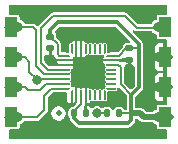
<source format=gbr>
%TF.GenerationSoftware,KiCad,Pcbnew,9.0.5+1*%
%TF.CreationDate,2025-11-07T10:47:29+01:00*%
%TF.ProjectId,ts17-tropic01-mini,74733137-2d74-4726-9f70-696330312d6d,rev?*%
%TF.SameCoordinates,Original*%
%TF.FileFunction,Copper,L1,Top*%
%TF.FilePolarity,Positive*%
%FSLAX46Y46*%
G04 Gerber Fmt 4.6, Leading zero omitted, Abs format (unit mm)*
G04 Created by KiCad (PCBNEW 9.0.5+1) date 2025-11-07 10:47:29*
%MOMM*%
%LPD*%
G01*
G04 APERTURE LIST*
G04 Aperture macros list*
%AMRoundRect*
0 Rectangle with rounded corners*
0 $1 Rounding radius*
0 $2 $3 $4 $5 $6 $7 $8 $9 X,Y pos of 4 corners*
0 Add a 4 corners polygon primitive as box body*
4,1,4,$2,$3,$4,$5,$6,$7,$8,$9,$2,$3,0*
0 Add four circle primitives for the rounded corners*
1,1,$1+$1,$2,$3*
1,1,$1+$1,$4,$5*
1,1,$1+$1,$6,$7*
1,1,$1+$1,$8,$9*
0 Add four rect primitives between the rounded corners*
20,1,$1+$1,$2,$3,$4,$5,0*
20,1,$1+$1,$4,$5,$6,$7,0*
20,1,$1+$1,$6,$7,$8,$9,0*
20,1,$1+$1,$8,$9,$2,$3,0*%
%AMFreePoly0*
4,1,14,0.314644,0.085355,0.385355,0.014644,0.400000,-0.020711,0.400000,-0.050000,0.385355,-0.085355,0.350000,-0.100000,-0.350000,-0.100000,-0.385355,-0.085355,-0.400000,-0.050000,-0.400000,0.050000,-0.385355,0.085355,-0.350000,0.100000,0.279289,0.100000,0.314644,0.085355,0.314644,0.085355,$1*%
%AMFreePoly1*
4,1,14,0.385355,0.085355,0.400000,0.050000,0.400000,0.020711,0.385355,-0.014644,0.314644,-0.085355,0.279289,-0.100000,-0.350000,-0.100000,-0.385355,-0.085355,-0.400000,-0.050000,-0.400000,0.050000,-0.385355,0.085355,-0.350000,0.100000,0.350000,0.100000,0.385355,0.085355,0.385355,0.085355,$1*%
%AMFreePoly2*
4,1,14,0.085355,0.385355,0.100000,0.350000,0.100000,-0.350000,0.085355,-0.385355,0.050000,-0.400000,-0.050000,-0.400000,-0.085355,-0.385355,-0.100000,-0.350000,-0.100000,0.279289,-0.085355,0.314644,-0.014644,0.385355,0.020711,0.400000,0.050000,0.400000,0.085355,0.385355,0.085355,0.385355,$1*%
%AMFreePoly3*
4,1,14,0.014644,0.385355,0.085355,0.314644,0.100000,0.279289,0.100000,-0.350000,0.085355,-0.385355,0.050000,-0.400000,-0.050000,-0.400000,-0.085355,-0.385355,-0.100000,-0.350000,-0.100000,0.350000,-0.085355,0.385355,-0.050000,0.400000,-0.020711,0.400000,0.014644,0.385355,0.014644,0.385355,$1*%
%AMFreePoly4*
4,1,14,0.385355,0.085355,0.400000,0.050000,0.400000,-0.050000,0.385355,-0.085355,0.350000,-0.100000,-0.279289,-0.100000,-0.314644,-0.085355,-0.385355,-0.014644,-0.400000,0.020711,-0.400000,0.050000,-0.385355,0.085355,-0.350000,0.100000,0.350000,0.100000,0.385355,0.085355,0.385355,0.085355,$1*%
%AMFreePoly5*
4,1,14,0.385355,0.085355,0.400000,0.050000,0.400000,-0.050000,0.385355,-0.085355,0.350000,-0.100000,-0.350000,-0.100000,-0.385355,-0.085355,-0.400000,-0.050000,-0.400000,-0.020711,-0.385355,0.014644,-0.314644,0.085355,-0.279289,0.100000,0.350000,0.100000,0.385355,0.085355,0.385355,0.085355,$1*%
%AMFreePoly6*
4,1,14,0.085355,0.385355,0.100000,0.350000,0.100000,-0.279289,0.085355,-0.314644,0.014644,-0.385355,-0.020711,-0.400000,-0.050000,-0.400000,-0.085355,-0.385355,-0.100000,-0.350000,-0.100000,0.350000,-0.085355,0.385355,-0.050000,0.400000,0.050000,0.400000,0.085355,0.385355,0.085355,0.385355,$1*%
%AMFreePoly7*
4,1,14,0.085355,0.385355,0.100000,0.350000,0.100000,-0.350000,0.085355,-0.385355,0.050000,-0.400000,0.020711,-0.400000,-0.014644,-0.385355,-0.085355,-0.314644,-0.100000,-0.279289,-0.100000,0.350000,-0.085355,0.385355,-0.050000,0.400000,0.050000,0.400000,0.085355,0.385355,0.085355,0.385355,$1*%
G04 Aperture macros list end*
%TA.AperFunction,CastellatedPad*%
%ADD10R,1.000000X1.700000*%
%TD*%
%TA.AperFunction,SMDPad,CuDef*%
%ADD11RoundRect,0.135000X-0.135000X-0.185000X0.135000X-0.185000X0.135000X0.185000X-0.135000X0.185000X0*%
%TD*%
%TA.AperFunction,SMDPad,CuDef*%
%ADD12FreePoly0,0.000000*%
%TD*%
%TA.AperFunction,SMDPad,CuDef*%
%ADD13RoundRect,0.050000X-0.350000X-0.050000X0.350000X-0.050000X0.350000X0.050000X-0.350000X0.050000X0*%
%TD*%
%TA.AperFunction,SMDPad,CuDef*%
%ADD14FreePoly1,0.000000*%
%TD*%
%TA.AperFunction,SMDPad,CuDef*%
%ADD15FreePoly2,0.000000*%
%TD*%
%TA.AperFunction,SMDPad,CuDef*%
%ADD16RoundRect,0.050000X-0.050000X-0.350000X0.050000X-0.350000X0.050000X0.350000X-0.050000X0.350000X0*%
%TD*%
%TA.AperFunction,SMDPad,CuDef*%
%ADD17FreePoly3,0.000000*%
%TD*%
%TA.AperFunction,SMDPad,CuDef*%
%ADD18FreePoly4,0.000000*%
%TD*%
%TA.AperFunction,SMDPad,CuDef*%
%ADD19FreePoly5,0.000000*%
%TD*%
%TA.AperFunction,SMDPad,CuDef*%
%ADD20FreePoly6,0.000000*%
%TD*%
%TA.AperFunction,SMDPad,CuDef*%
%ADD21FreePoly7,0.000000*%
%TD*%
%TA.AperFunction,HeatsinkPad*%
%ADD22R,2.650000X2.650000*%
%TD*%
%TA.AperFunction,SMDPad,CuDef*%
%ADD23C,0.500000*%
%TD*%
%TA.AperFunction,SMDPad,CuDef*%
%ADD24RoundRect,0.140000X0.140000X0.170000X-0.140000X0.170000X-0.140000X-0.170000X0.140000X-0.170000X0*%
%TD*%
%TA.AperFunction,SMDPad,CuDef*%
%ADD25RoundRect,0.140000X0.170000X-0.140000X0.170000X0.140000X-0.170000X0.140000X-0.170000X-0.140000X0*%
%TD*%
%TA.AperFunction,ViaPad*%
%ADD26C,0.800000*%
%TD*%
%TA.AperFunction,Conductor*%
%ADD27C,0.200000*%
%TD*%
%TA.AperFunction,Conductor*%
%ADD28C,0.300000*%
%TD*%
%TA.AperFunction,Conductor*%
%ADD29C,0.500000*%
%TD*%
G04 APERTURE END LIST*
D10*
%TO.P,J2,1,Pin_1*%
%TO.N,/SPI_MOSI*%
X130500000Y-92190000D03*
%TO.P,J2,2,Pin_2*%
%TO.N,/SPI_MISO*%
X130500000Y-94730000D03*
%TO.P,J2,3,Pin_3*%
%TO.N,/SPI_SCK*%
X130500000Y-97270000D03*
%TO.P,J2,4,Pin_4*%
%TO.N,/SPI_CS*%
X130500000Y-99810000D03*
%TD*%
D11*
%TO.P,R1,1*%
%TO.N,/SPI_MISO*%
X138590000Y-99500000D03*
%TO.P,R1,2*%
%TO.N,VCC*%
X139610000Y-99500000D03*
%TD*%
D12*
%TO.P,IC1,1,VCC*%
%TO.N,VCC*%
X135050000Y-94600000D03*
D13*
%TO.P,IC1,2,GND*%
%TO.N,GND*%
X135050000Y-95000000D03*
%TO.P,IC1,3,PULLDN*%
X135050000Y-95400000D03*
%TO.P,IC1,4,GPO*%
%TO.N,/GPO*%
X135050000Y-95800000D03*
%TO.P,IC1,5,SDI*%
%TO.N,/SPI_MOSI*%
X135050000Y-96200000D03*
%TO.P,IC1,6,SDO*%
%TO.N,/SPI_MISO*%
X135050000Y-96600000D03*
%TO.P,IC1,7,SCK*%
%TO.N,/SPI_SCK*%
X135050000Y-97000000D03*
D14*
%TO.P,IC1,8,CSN*%
%TO.N,/SPI_CS*%
X135050000Y-97400000D03*
D15*
%TO.P,IC1,9,PULLDN*%
%TO.N,GND*%
X135600000Y-97950000D03*
D16*
%TO.P,IC1,10,PULLDN*%
X136000000Y-97950000D03*
%TO.P,IC1,11,VCC*%
%TO.N,VCC*%
X136400000Y-97950000D03*
%TO.P,IC1,12,GND*%
%TO.N,GND*%
X136800000Y-97950000D03*
%TO.P,IC1,13,DNC*%
%TO.N,unconnected-(IC1-DNC-Pad13)*%
X137200000Y-97950000D03*
%TO.P,IC1,14,DNC*%
%TO.N,unconnected-(IC1-DNC-Pad14)*%
X137600000Y-97950000D03*
%TO.P,IC1,15*%
%TO.N,N/C*%
X138000000Y-97950000D03*
D17*
%TO.P,IC1,16*%
X138400000Y-97950000D03*
D18*
%TO.P,IC1,17,DNC*%
%TO.N,unconnected-(IC1-DNC-Pad17)*%
X138950000Y-97400000D03*
D13*
%TO.P,IC1,18,DNC*%
%TO.N,unconnected-(IC1-DNC-Pad18)*%
X138950000Y-97000000D03*
%TO.P,IC1,19,DNC*%
%TO.N,unconnected-(IC1-DNC-Pad19)*%
X138950000Y-96600000D03*
%TO.P,IC1,20,DNC*%
%TO.N,unconnected-(IC1-DNC-Pad20)*%
X138950000Y-96200000D03*
%TO.P,IC1,21,DNC*%
%TO.N,unconnected-(IC1-DNC-Pad21)*%
X138950000Y-95800000D03*
%TO.P,IC1,22,PULLUP*%
%TO.N,VCC*%
X138950000Y-95400000D03*
%TO.P,IC1,23,GND*%
%TO.N,GND*%
X138950000Y-95000000D03*
D19*
%TO.P,IC1,24,VCC*%
%TO.N,VCC*%
X138950000Y-94600000D03*
D20*
%TO.P,IC1,25*%
%TO.N,N/C*%
X138400000Y-94050000D03*
D16*
%TO.P,IC1,26,DNC*%
%TO.N,unconnected-(IC1-DNC-Pad26)*%
X138000000Y-94050000D03*
%TO.P,IC1,27,DNC*%
%TO.N,unconnected-(IC1-DNC-Pad27)*%
X137600000Y-94050000D03*
%TO.P,IC1,28,DNC*%
%TO.N,unconnected-(IC1-DNC-Pad28)*%
X137200000Y-94050000D03*
%TO.P,IC1,29,DNC*%
%TO.N,unconnected-(IC1-DNC-Pad29)*%
X136800000Y-94050000D03*
%TO.P,IC1,30,PULLDN*%
%TO.N,GND*%
X136400000Y-94050000D03*
%TO.P,IC1,31,PULLDN*%
X136000000Y-94050000D03*
D21*
%TO.P,IC1,32*%
%TO.N,N/C*%
X135600000Y-94050000D03*
D22*
%TO.P,IC1,33,TP*%
%TO.N,GND*%
X137000000Y-96000000D03*
%TD*%
D23*
%TO.P,FID1,*%
%TO.N,*%
X134500000Y-99500000D03*
%TD*%
D10*
%TO.P,J1,1,Pin_1*%
%TO.N,VCC*%
X143500000Y-99810000D03*
%TO.P,J1,2,Pin_2*%
%TO.N,GND*%
X143500000Y-97270000D03*
%TO.P,J1,3,Pin_3*%
X143500000Y-94730000D03*
%TO.P,J1,4,Pin_4*%
%TO.N,/GPO*%
X143500000Y-92190000D03*
%TD*%
D24*
%TO.P,C2,1*%
%TO.N,GND*%
X136780000Y-99500000D03*
%TO.P,C2,2*%
%TO.N,VCC*%
X135820000Y-99500000D03*
%TD*%
D25*
%TO.P,C3,1*%
%TO.N,GND*%
X140500000Y-94960000D03*
%TO.P,C3,2*%
%TO.N,VCC*%
X140500000Y-94000000D03*
%TD*%
%TO.P,C1,1*%
%TO.N,GND*%
X133800000Y-93980000D03*
%TO.P,C1,2*%
%TO.N,VCC*%
X133800000Y-93020000D03*
%TD*%
D26*
%TO.N,VCC*%
X142900000Y-99810000D03*
%TO.N,GND*%
X134310000Y-98340000D03*
X141018000Y-101084000D03*
X141018000Y-90924000D03*
X142900000Y-94730000D03*
X142900000Y-97270000D03*
X139800000Y-98500000D03*
X140500000Y-96650000D03*
X140500000Y-95650000D03*
X134830000Y-92680000D03*
X133144000Y-101084000D03*
X139170000Y-92670000D03*
X133144000Y-90924000D03*
X133900000Y-95100000D03*
%TO.N,/GPO*%
X142900000Y-92190000D03*
%TO.N,/SPI_SCK*%
X131100000Y-97270000D03*
%TO.N,/SPI_CS*%
X131100000Y-99810000D03*
%TO.N,/SPI_MOSI*%
X131100000Y-92190000D03*
%TO.N,/SPI_MISO*%
X132700130Y-96668485D03*
X137750000Y-99500000D03*
X131100000Y-94730000D03*
%TD*%
D27*
%TO.N,VCC*%
X139650000Y-94600000D02*
X140250000Y-94000000D01*
D28*
X140650000Y-98820000D02*
X140650000Y-97930000D01*
X134430000Y-91800000D02*
X133800000Y-92430000D01*
D27*
X140500000Y-94000000D02*
X141310000Y-94000000D01*
D28*
X140650000Y-99450000D02*
X140650000Y-100050000D01*
D27*
X134510000Y-94600000D02*
X134411000Y-94501000D01*
X138950000Y-95400000D02*
X139550000Y-95400000D01*
D28*
X141310000Y-93660000D02*
X139450000Y-91800000D01*
X141310000Y-97270000D02*
X141310000Y-94000000D01*
D27*
X140250000Y-94000000D02*
X140500000Y-94000000D01*
D29*
X141710000Y-99810000D02*
X141400000Y-99500000D01*
D28*
X139450000Y-91800000D02*
X134430000Y-91800000D01*
X133800000Y-92430000D02*
X133800000Y-93020000D01*
D29*
X141400000Y-99500000D02*
X140700000Y-99500000D01*
D27*
X136400000Y-97950000D02*
X136400000Y-98715686D01*
D28*
X140550000Y-93950000D02*
X140500000Y-94000000D01*
D27*
X136400000Y-98715686D02*
X135820000Y-99295686D01*
D28*
X140650000Y-97930000D02*
X141310000Y-97270000D01*
D27*
X140600000Y-99500000D02*
X140650000Y-99450000D01*
X139550000Y-95400000D02*
X139750000Y-95600000D01*
X135050000Y-94600000D02*
X134510000Y-94600000D01*
D29*
X144000000Y-99810000D02*
X142910000Y-99810000D01*
D27*
X135820000Y-99295686D02*
X135820000Y-99500000D01*
X139610000Y-99500000D02*
X140600000Y-99500000D01*
X134411000Y-94501000D02*
X134411000Y-93631000D01*
D29*
X142910000Y-99810000D02*
X141710000Y-99810000D01*
D27*
X138950000Y-94600000D02*
X139650000Y-94600000D01*
D28*
X136250000Y-100350000D02*
X135820000Y-99920000D01*
X135820000Y-99920000D02*
X135820000Y-99500000D01*
X141310000Y-94000000D02*
X141310000Y-93660000D01*
X140350000Y-100350000D02*
X136250000Y-100350000D01*
X140650000Y-100050000D02*
X140350000Y-100350000D01*
D27*
X139750000Y-97030000D02*
X140650000Y-97930000D01*
X134411000Y-93631000D02*
X133800000Y-93020000D01*
D28*
X140650000Y-98820000D02*
X140650000Y-99450000D01*
D27*
X139750000Y-95600000D02*
X139750000Y-97030000D01*
D29*
X140700000Y-99500000D02*
X140650000Y-99450000D01*
D27*
%TO.N,GND*%
X135050000Y-95000000D02*
X134000000Y-95000000D01*
X133900000Y-94080000D02*
X133800000Y-93980000D01*
D28*
X142920000Y-94730000D02*
X142400000Y-94730000D01*
D27*
X138950000Y-95000000D02*
X138000000Y-95000000D01*
X136400000Y-94050000D02*
X136400000Y-95400000D01*
X136000000Y-97950000D02*
X136000000Y-97000000D01*
X136000000Y-97950000D02*
X136000000Y-98550000D01*
D28*
X142200000Y-94930000D02*
X142400000Y-94730000D01*
D27*
X134000000Y-95000000D02*
X133900000Y-95100000D01*
X135050000Y-95400000D02*
X136400000Y-95400000D01*
X135600000Y-97950000D02*
X135600000Y-98750000D01*
X136800000Y-96200000D02*
X137000000Y-96000000D01*
D28*
X142910000Y-97270000D02*
X142370000Y-97270000D01*
D27*
X134420165Y-95400000D02*
X135050000Y-95400000D01*
X136800000Y-97950000D02*
X136800000Y-96200000D01*
X136000000Y-97000000D02*
X137000000Y-96000000D01*
X134120165Y-95100000D02*
X134420165Y-95400000D01*
X136780000Y-99000000D02*
X136780000Y-99500000D01*
X133900000Y-95100000D02*
X134120165Y-95100000D01*
X140500000Y-94960000D02*
X140500000Y-95650000D01*
X136000000Y-98550000D02*
X135800000Y-98750000D01*
X136852000Y-98928000D02*
X136780000Y-99000000D01*
X136400000Y-95400000D02*
X137000000Y-96000000D01*
X140460000Y-95000000D02*
X140500000Y-94960000D01*
X135590000Y-98760000D02*
X134730000Y-98760000D01*
X136000000Y-95000000D02*
X137000000Y-96000000D01*
X135800000Y-98750000D02*
X135600000Y-98750000D01*
X138000000Y-95000000D02*
X137000000Y-96000000D01*
X135050000Y-95000000D02*
X136000000Y-95000000D01*
X135600000Y-98750000D02*
X135590000Y-98760000D01*
D28*
X142200000Y-97100000D02*
X142200000Y-94930000D01*
X142370000Y-97270000D02*
X142200000Y-97100000D01*
D27*
X134730000Y-98760000D02*
X134310000Y-98340000D01*
X136000000Y-94050000D02*
X136000000Y-95000000D01*
X138950000Y-95000000D02*
X140460000Y-95000000D01*
D28*
X144000000Y-94730000D02*
X142920000Y-94730000D01*
D27*
X136852000Y-97950000D02*
X136852000Y-98928000D01*
D28*
X144000000Y-97270000D02*
X142910000Y-97270000D01*
D27*
X133900000Y-95100000D02*
X133900000Y-94080000D01*
%TO.N,/GPO*%
X133570000Y-95800000D02*
X133000000Y-95230000D01*
X141100000Y-92250000D02*
X142920000Y-92250000D01*
X133000000Y-92300000D02*
X134050000Y-91250000D01*
X135050000Y-95800000D02*
X133570000Y-95800000D01*
X133000000Y-95230000D02*
X133000000Y-92300000D01*
X143940000Y-92250000D02*
X144000000Y-92190000D01*
X142920000Y-92250000D02*
X143940000Y-92250000D01*
X140100000Y-91250000D02*
X141100000Y-92250000D01*
X134050000Y-91250000D02*
X140100000Y-91250000D01*
%TO.N,/SPI_SCK*%
X132901276Y-97528000D02*
X131932492Y-97528000D01*
X131932492Y-97528000D02*
X131674492Y-97270000D01*
X133429276Y-97000000D02*
X132901276Y-97528000D01*
X131674492Y-97270000D02*
X131050000Y-97270000D01*
X131050000Y-97270000D02*
X130000000Y-97270000D01*
X135050000Y-97000000D02*
X133429276Y-97000000D01*
%TO.N,/SPI_CS*%
X133300000Y-99200000D02*
X132690000Y-99810000D01*
X130950000Y-99900000D02*
X130090000Y-99900000D01*
X131040000Y-99810000D02*
X130950000Y-99900000D01*
X133300000Y-98000000D02*
X133300000Y-99200000D01*
X133900000Y-97400000D02*
X133300000Y-98000000D01*
X135050000Y-97400000D02*
X133900000Y-97400000D01*
X132690000Y-99810000D02*
X131040000Y-99810000D01*
X130090000Y-99900000D02*
X130000000Y-99810000D01*
%TO.N,/SPI_MOSI*%
X132600000Y-95500000D02*
X133300000Y-96200000D01*
X131540000Y-92190000D02*
X131550000Y-92200000D01*
X132600000Y-92480000D02*
X132600000Y-95500000D01*
X132320000Y-92200000D02*
X132600000Y-92480000D01*
X133300000Y-96200000D02*
X135050000Y-96200000D01*
X131550000Y-92200000D02*
X132320000Y-92200000D01*
X130000000Y-92190000D02*
X131540000Y-92190000D01*
%TO.N,/SPI_MISO*%
X132880000Y-96600000D02*
X132631645Y-96600000D01*
X132000000Y-95968355D02*
X132000000Y-95114000D01*
X138590000Y-99500000D02*
X137750000Y-99500000D01*
X132631645Y-96600000D02*
X132000000Y-95968355D01*
X131000000Y-94730000D02*
X130000000Y-94730000D01*
X132000000Y-95114000D02*
X131616000Y-94730000D01*
X135050000Y-96600000D02*
X132880000Y-96600000D01*
X131616000Y-94730000D02*
X131000000Y-94730000D01*
X132880000Y-96600000D02*
X132840000Y-96560000D01*
%TD*%
%TA.AperFunction,Conductor*%
%TO.N,GND*%
G36*
X135149191Y-97719407D02*
G01*
X135185155Y-97768907D01*
X135190000Y-97799500D01*
X135190000Y-98300045D01*
X135190080Y-98307036D01*
X135190081Y-98307044D01*
X135213213Y-98416707D01*
X135213217Y-98416721D01*
X135229327Y-98455614D01*
X135235017Y-98468502D01*
X135300481Y-98559482D01*
X135300482Y-98559484D01*
X135394389Y-98620673D01*
X135433348Y-98636810D01*
X135439817Y-98639402D01*
X135439830Y-98639406D01*
X135550000Y-98660000D01*
X135650046Y-98660000D01*
X135657036Y-98659919D01*
X135657044Y-98659918D01*
X135766707Y-98636786D01*
X135771089Y-98635430D01*
X135771446Y-98636583D01*
X135774538Y-98636339D01*
X135781701Y-98632023D01*
X135801185Y-98634238D01*
X135827197Y-98632188D01*
X135842660Y-98637274D01*
X135855415Y-98642668D01*
X135874959Y-98659611D01*
X135896095Y-98674504D01*
X135897756Y-98679374D01*
X135901646Y-98682747D01*
X135907497Y-98707937D01*
X135915845Y-98732414D01*
X135914325Y-98737332D01*
X135915490Y-98742346D01*
X135905417Y-98766164D01*
X135897783Y-98790873D01*
X135892124Y-98797597D01*
X135891658Y-98798700D01*
X135890721Y-98799264D01*
X135886859Y-98803854D01*
X135730209Y-98960504D01*
X135675692Y-98988281D01*
X135660209Y-98989500D01*
X135640106Y-98989500D01*
X135640091Y-98989501D01*
X135590513Y-98996027D01*
X135590511Y-98996027D01*
X135481686Y-99046774D01*
X135396774Y-99131686D01*
X135346029Y-99240510D01*
X135346028Y-99240511D01*
X135339500Y-99290100D01*
X135339500Y-99709896D01*
X135339501Y-99709907D01*
X135346027Y-99759486D01*
X135346027Y-99759488D01*
X135396774Y-99868313D01*
X135396776Y-99868316D01*
X135441931Y-99913472D01*
X135467666Y-99958275D01*
X135469500Y-99965242D01*
X135469500Y-99966144D01*
X135482856Y-100015988D01*
X135493386Y-100055288D01*
X135539530Y-100135212D01*
X136034788Y-100630470D01*
X136114712Y-100676614D01*
X136203856Y-100700500D01*
X136203858Y-100700500D01*
X140396142Y-100700500D01*
X140396144Y-100700500D01*
X140485288Y-100676614D01*
X140565212Y-100630470D01*
X140930470Y-100265212D01*
X140976614Y-100185288D01*
X140980579Y-100170489D01*
X141000500Y-100096144D01*
X141000500Y-100041687D01*
X141001727Y-100033965D01*
X141012249Y-100013338D01*
X141019407Y-99991309D01*
X141025890Y-99986598D01*
X141029531Y-99979462D01*
X141050168Y-99968959D01*
X141068907Y-99955345D01*
X141080540Y-99953502D01*
X141084061Y-99951711D01*
X141087950Y-99952329D01*
X141099500Y-99950500D01*
X141172389Y-99950500D01*
X141230580Y-99969407D01*
X141242392Y-99979496D01*
X141433385Y-100170488D01*
X141433390Y-100170492D01*
X141536107Y-100229796D01*
X141536109Y-100229797D01*
X141536113Y-100229799D01*
X141560322Y-100236284D01*
X141560325Y-100236287D01*
X141560326Y-100236286D01*
X141650688Y-100260499D01*
X141650690Y-100260500D01*
X141650691Y-100260500D01*
X142460257Y-100260500D01*
X142518448Y-100279407D01*
X142530254Y-100289490D01*
X142531284Y-100290520D01*
X142668216Y-100369577D01*
X142726125Y-100385093D01*
X142777437Y-100418416D01*
X142799364Y-100475537D01*
X142799500Y-100480719D01*
X142799500Y-100679746D01*
X142799501Y-100679758D01*
X142811132Y-100738227D01*
X142811133Y-100738231D01*
X142855448Y-100804552D01*
X142921769Y-100848867D01*
X142966231Y-100857711D01*
X142980241Y-100860498D01*
X142980246Y-100860498D01*
X142980252Y-100860500D01*
X143600500Y-100860500D01*
X143658691Y-100879407D01*
X143694655Y-100928907D01*
X143699500Y-100959500D01*
X143699500Y-101600500D01*
X143680593Y-101658691D01*
X143631093Y-101694655D01*
X143600500Y-101699500D01*
X130399500Y-101699500D01*
X130341309Y-101680593D01*
X130305345Y-101631093D01*
X130300500Y-101600500D01*
X130300500Y-100959500D01*
X130319407Y-100901309D01*
X130368907Y-100865345D01*
X130399500Y-100860500D01*
X131019747Y-100860500D01*
X131019748Y-100860500D01*
X131078231Y-100848867D01*
X131144552Y-100804552D01*
X131188867Y-100738231D01*
X131200500Y-100679748D01*
X131200500Y-100480719D01*
X131219407Y-100422528D01*
X131268907Y-100386564D01*
X131273843Y-100385101D01*
X131331784Y-100369577D01*
X131468716Y-100290520D01*
X131580520Y-100178716D01*
X131591326Y-100160000D01*
X131636796Y-100119059D01*
X131677062Y-100110500D01*
X132729563Y-100110500D01*
X132729563Y-100110499D01*
X132805989Y-100090021D01*
X132874511Y-100050460D01*
X132930460Y-99994511D01*
X133504028Y-99420943D01*
X133899500Y-99420943D01*
X133899500Y-99579057D01*
X133940423Y-99731784D01*
X134019480Y-99868716D01*
X134131284Y-99980520D01*
X134268216Y-100059577D01*
X134420943Y-100100500D01*
X134420945Y-100100500D01*
X134579055Y-100100500D01*
X134579057Y-100100500D01*
X134731784Y-100059577D01*
X134868716Y-99980520D01*
X134980520Y-99868716D01*
X135059577Y-99731784D01*
X135100500Y-99579057D01*
X135100500Y-99420943D01*
X135059577Y-99268216D01*
X134980520Y-99131284D01*
X134868716Y-99019480D01*
X134731784Y-98940423D01*
X134579057Y-98899500D01*
X134420943Y-98899500D01*
X134268216Y-98940423D01*
X134131284Y-99019480D01*
X134019480Y-99131284D01*
X133940423Y-99268216D01*
X133899500Y-99420943D01*
X133504028Y-99420943D01*
X133540460Y-99384511D01*
X133554900Y-99359500D01*
X133580021Y-99315989D01*
X133600500Y-99239562D01*
X133600500Y-98165479D01*
X133619407Y-98107288D01*
X133629496Y-98095475D01*
X133995475Y-97729496D01*
X134049992Y-97701719D01*
X134065479Y-97700500D01*
X135091000Y-97700500D01*
X135149191Y-97719407D01*
G37*
%TD.AperFunction*%
%TA.AperFunction,Conductor*%
G36*
X139322001Y-92169407D02*
G01*
X139333814Y-92179496D01*
X140504814Y-93350496D01*
X140532591Y-93405013D01*
X140523020Y-93465445D01*
X140479755Y-93508710D01*
X140434811Y-93519500D01*
X140290104Y-93519500D01*
X140290092Y-93519501D01*
X140240513Y-93526027D01*
X140240511Y-93526027D01*
X140131686Y-93576774D01*
X140046774Y-93661686D01*
X139996029Y-93770510D01*
X139996028Y-93770510D01*
X139991547Y-93804550D01*
X139965205Y-93859774D01*
X139963398Y-93861629D01*
X139554526Y-94270503D01*
X139500009Y-94298281D01*
X139484522Y-94299500D01*
X138910435Y-94299500D01*
X138834011Y-94319978D01*
X138834007Y-94319980D01*
X138759870Y-94362784D01*
X138758425Y-94360281D01*
X138712050Y-94376682D01*
X138653392Y-94359280D01*
X138616165Y-94310723D01*
X138610500Y-94277715D01*
X138610500Y-93700001D01*
X138610498Y-93699989D01*
X138602471Y-93659635D01*
X138602468Y-93659625D01*
X138586360Y-93620736D01*
X138578844Y-93605985D01*
X138529264Y-93563640D01*
X138529259Y-93563638D01*
X138513151Y-93556966D01*
X138490373Y-93547531D01*
X138490371Y-93547530D01*
X138490370Y-93547530D01*
X138490364Y-93547528D01*
X138450010Y-93539501D01*
X138450000Y-93539500D01*
X138350000Y-93539500D01*
X138349999Y-93539500D01*
X138349989Y-93539501D01*
X138309635Y-93547528D01*
X138309625Y-93547531D01*
X138270739Y-93563638D01*
X138255983Y-93571156D01*
X138253782Y-93572892D01*
X138249418Y-93574501D01*
X138247296Y-93575583D01*
X138247167Y-93575331D01*
X138196377Y-93594066D01*
X138137495Y-93577458D01*
X138108723Y-93558233D01*
X138108720Y-93558232D01*
X138064827Y-93549500D01*
X138064820Y-93549500D01*
X137935180Y-93549500D01*
X137935172Y-93549500D01*
X137891279Y-93558232D01*
X137891276Y-93558233D01*
X137855001Y-93582472D01*
X137796113Y-93599080D01*
X137744999Y-93582472D01*
X137708723Y-93558233D01*
X137708720Y-93558232D01*
X137664827Y-93549500D01*
X137664820Y-93549500D01*
X137535180Y-93549500D01*
X137535172Y-93549500D01*
X137491279Y-93558232D01*
X137491276Y-93558233D01*
X137455001Y-93582472D01*
X137396113Y-93599080D01*
X137344999Y-93582472D01*
X137308723Y-93558233D01*
X137308720Y-93558232D01*
X137264827Y-93549500D01*
X137264820Y-93549500D01*
X137135180Y-93549500D01*
X137135172Y-93549500D01*
X137091279Y-93558232D01*
X137091276Y-93558233D01*
X137055001Y-93582472D01*
X136996113Y-93599080D01*
X136972568Y-93595280D01*
X136957788Y-93591017D01*
X136908722Y-93558233D01*
X136864820Y-93549500D01*
X136813819Y-93549500D01*
X136800378Y-93545624D01*
X136786060Y-93535934D01*
X136769619Y-93530593D01*
X136758365Y-93517193D01*
X136749705Y-93511333D01*
X136746869Y-93503505D01*
X136744043Y-93500141D01*
X136743555Y-93500490D01*
X136739119Y-93494278D01*
X136738869Y-93493980D01*
X136738787Y-93493813D01*
X136656187Y-93411213D01*
X136551246Y-93359911D01*
X136500000Y-93352443D01*
X136500000Y-94747553D01*
X136551250Y-94740087D01*
X136656188Y-94688785D01*
X136738787Y-94606186D01*
X136738869Y-94606020D01*
X136739012Y-94605871D01*
X136743555Y-94599510D01*
X136744508Y-94600190D01*
X136781412Y-94562046D01*
X136800378Y-94554377D01*
X136813822Y-94550500D01*
X136864820Y-94550500D01*
X136908722Y-94541767D01*
X136957788Y-94508982D01*
X136972568Y-94504720D01*
X136988520Y-94505252D01*
X137003886Y-94500919D01*
X137020511Y-94506320D01*
X137033719Y-94506762D01*
X137042201Y-94513368D01*
X137055000Y-94517527D01*
X137067856Y-94526117D01*
X137091276Y-94541766D01*
X137091277Y-94541766D01*
X137091278Y-94541767D01*
X137102327Y-94543964D01*
X137135172Y-94550499D01*
X137135178Y-94550499D01*
X137135180Y-94550500D01*
X137135181Y-94550500D01*
X137264819Y-94550500D01*
X137264820Y-94550500D01*
X137264821Y-94550499D01*
X137264827Y-94550499D01*
X137286623Y-94546162D01*
X137308722Y-94541767D01*
X137344998Y-94517527D01*
X137403886Y-94500919D01*
X137455000Y-94517527D01*
X137467856Y-94526117D01*
X137491276Y-94541766D01*
X137491277Y-94541766D01*
X137491278Y-94541767D01*
X137502327Y-94543964D01*
X137535172Y-94550499D01*
X137535178Y-94550499D01*
X137535180Y-94550500D01*
X137535181Y-94550500D01*
X137664819Y-94550500D01*
X137664820Y-94550500D01*
X137664821Y-94550499D01*
X137664827Y-94550499D01*
X137686623Y-94546162D01*
X137708722Y-94541767D01*
X137744998Y-94517527D01*
X137803886Y-94500919D01*
X137855000Y-94517527D01*
X137867856Y-94526117D01*
X137891276Y-94541766D01*
X137891277Y-94541766D01*
X137891278Y-94541767D01*
X137902327Y-94543964D01*
X137935172Y-94550499D01*
X137935178Y-94550499D01*
X137935180Y-94550500D01*
X137935181Y-94550500D01*
X138064819Y-94550500D01*
X138064820Y-94550500D01*
X138064821Y-94550499D01*
X138064827Y-94550499D01*
X138086623Y-94546162D01*
X138108722Y-94541767D01*
X138140863Y-94520291D01*
X138199748Y-94503683D01*
X138243268Y-94515694D01*
X138252319Y-94520630D01*
X138270736Y-94536360D01*
X138309627Y-94552469D01*
X138311303Y-94552802D01*
X138318682Y-94556827D01*
X138336246Y-94575407D01*
X138355687Y-94592010D01*
X138356962Y-94597321D01*
X138360714Y-94601290D01*
X138364003Y-94626645D01*
X138369972Y-94651505D01*
X138367882Y-94656550D01*
X138368585Y-94661967D01*
X138356341Y-94684414D01*
X138346559Y-94708033D01*
X138341282Y-94713743D01*
X138311213Y-94743812D01*
X138259912Y-94848751D01*
X138252446Y-94900000D01*
X138900151Y-94900000D01*
X138903949Y-94901234D01*
X138903949Y-94900500D01*
X139689563Y-94900500D01*
X139689563Y-94900499D01*
X139765989Y-94880021D01*
X139834511Y-94840460D01*
X139835976Y-94838994D01*
X139837297Y-94838321D01*
X139839657Y-94836511D01*
X139839992Y-94836948D01*
X139890491Y-94811219D01*
X139905978Y-94810000D01*
X140401000Y-94810000D01*
X140459191Y-94828907D01*
X140495155Y-94878407D01*
X140500000Y-94909000D01*
X140500000Y-94959999D01*
X140500001Y-94960000D01*
X140551000Y-94960000D01*
X140609191Y-94978907D01*
X140645155Y-95028407D01*
X140650000Y-95059000D01*
X140650000Y-95539998D01*
X140650001Y-95539999D01*
X140723004Y-95539999D01*
X140752721Y-95537213D01*
X140752726Y-95537212D01*
X140827802Y-95510942D01*
X140888972Y-95509569D01*
X140939267Y-95544412D01*
X140959475Y-95602164D01*
X140959500Y-95604386D01*
X140959500Y-97083810D01*
X140940593Y-97142001D01*
X140930503Y-97153814D01*
X140684647Y-97399669D01*
X140630131Y-97427446D01*
X140569699Y-97417875D01*
X140544640Y-97399669D01*
X140079496Y-96934525D01*
X140051719Y-96880008D01*
X140050500Y-96864521D01*
X140050500Y-95607885D01*
X140069407Y-95549694D01*
X140118907Y-95513730D01*
X140180093Y-95513730D01*
X140182198Y-95514441D01*
X140247272Y-95537212D01*
X140276999Y-95539999D01*
X140349999Y-95539998D01*
X140350000Y-95539998D01*
X140350000Y-95110001D01*
X140349999Y-95110000D01*
X139890002Y-95110000D01*
X139874646Y-95125355D01*
X139871094Y-95136290D01*
X139862411Y-95142598D01*
X139857018Y-95151874D01*
X139838221Y-95160173D01*
X139821594Y-95172254D01*
X139810862Y-95172254D01*
X139801046Y-95176588D01*
X139785755Y-95172254D01*
X139760408Y-95172254D01*
X139741237Y-95163683D01*
X139735065Y-95160094D01*
X139734511Y-95159540D01*
X139717639Y-95149799D01*
X139678102Y-95126972D01*
X139677876Y-95126841D01*
X139677648Y-95126586D01*
X139652760Y-95106018D01*
X139647555Y-95100000D01*
X139599849Y-95100000D01*
X139592221Y-95099500D01*
X139589562Y-95099500D01*
X138910438Y-95099500D01*
X138907779Y-95099500D01*
X138900151Y-95100000D01*
X138252446Y-95100000D01*
X138259912Y-95151250D01*
X138311214Y-95256188D01*
X138393812Y-95338786D01*
X138393975Y-95338866D01*
X138394120Y-95339006D01*
X138400488Y-95343553D01*
X138399806Y-95344507D01*
X138437952Y-95381406D01*
X138445624Y-95400377D01*
X138449500Y-95413817D01*
X138449500Y-95464820D01*
X138458233Y-95508722D01*
X138491017Y-95557788D01*
X138495280Y-95572568D01*
X138494746Y-95588523D01*
X138499080Y-95603887D01*
X138493678Y-95620511D01*
X138493237Y-95633720D01*
X138486630Y-95642201D01*
X138482472Y-95655001D01*
X138458233Y-95691276D01*
X138458232Y-95691279D01*
X138449500Y-95735172D01*
X138449500Y-95864827D01*
X138458232Y-95908720D01*
X138458233Y-95908723D01*
X138482472Y-95944999D01*
X138499080Y-96003887D01*
X138482472Y-96055001D01*
X138458233Y-96091276D01*
X138458232Y-96091279D01*
X138449500Y-96135172D01*
X138449500Y-96264827D01*
X138458232Y-96308720D01*
X138458233Y-96308723D01*
X138482472Y-96344999D01*
X138499080Y-96403887D01*
X138482472Y-96455001D01*
X138458233Y-96491276D01*
X138458232Y-96491279D01*
X138449500Y-96535172D01*
X138449500Y-96664827D01*
X138458232Y-96708720D01*
X138458233Y-96708723D01*
X138482472Y-96744999D01*
X138499080Y-96803887D01*
X138482472Y-96855001D01*
X138458233Y-96891276D01*
X138458232Y-96891279D01*
X138449500Y-96935172D01*
X138449500Y-97064827D01*
X138458232Y-97108720D01*
X138458233Y-97108723D01*
X138479708Y-97140862D01*
X138496316Y-97199750D01*
X138489646Y-97231783D01*
X138483561Y-97247411D01*
X138463640Y-97270736D01*
X138447531Y-97309627D01*
X138439500Y-97350000D01*
X138439500Y-97360574D01*
X138433169Y-97376835D01*
X138421990Y-97390505D01*
X138414914Y-97406680D01*
X138403104Y-97413601D01*
X138394437Y-97424200D01*
X138377359Y-97428688D01*
X138362126Y-97437616D01*
X138350625Y-97439438D01*
X138349994Y-97439500D01*
X138309635Y-97447528D01*
X138309625Y-97447531D01*
X138270739Y-97463638D01*
X138255983Y-97471156D01*
X138253782Y-97472892D01*
X138249418Y-97474501D01*
X138247296Y-97475583D01*
X138247167Y-97475331D01*
X138196377Y-97494066D01*
X138137495Y-97477458D01*
X138108723Y-97458233D01*
X138108720Y-97458232D01*
X138064827Y-97449500D01*
X138064820Y-97449500D01*
X137935180Y-97449500D01*
X137935172Y-97449500D01*
X137891279Y-97458232D01*
X137891276Y-97458233D01*
X137855001Y-97482472D01*
X137796113Y-97499080D01*
X137744999Y-97482472D01*
X137708723Y-97458233D01*
X137708720Y-97458232D01*
X137664827Y-97449500D01*
X137664820Y-97449500D01*
X137535180Y-97449500D01*
X137535172Y-97449500D01*
X137491279Y-97458232D01*
X137491276Y-97458233D01*
X137455001Y-97482472D01*
X137396113Y-97499080D01*
X137372568Y-97495280D01*
X137357788Y-97491017D01*
X137308722Y-97458233D01*
X137264820Y-97449500D01*
X137213819Y-97449500D01*
X137200378Y-97445624D01*
X137186060Y-97435934D01*
X137169619Y-97430593D01*
X137158365Y-97417193D01*
X137149705Y-97411333D01*
X137146869Y-97403505D01*
X137144043Y-97400141D01*
X137143555Y-97400490D01*
X137139119Y-97394278D01*
X137138869Y-97393980D01*
X137138787Y-97393813D01*
X137056187Y-97311213D01*
X136951246Y-97259911D01*
X136900000Y-97252443D01*
X136900000Y-98647553D01*
X136951250Y-98640087D01*
X137056188Y-98588785D01*
X137138787Y-98506186D01*
X137138869Y-98506020D01*
X137139012Y-98505871D01*
X137143555Y-98499510D01*
X137144508Y-98500190D01*
X137181412Y-98462046D01*
X137200378Y-98454377D01*
X137213822Y-98450500D01*
X137264820Y-98450500D01*
X137308722Y-98441767D01*
X137357788Y-98408982D01*
X137372568Y-98404720D01*
X137388520Y-98405252D01*
X137403886Y-98400919D01*
X137420511Y-98406320D01*
X137433719Y-98406762D01*
X137442201Y-98413368D01*
X137455000Y-98417527D01*
X137465975Y-98424860D01*
X137491276Y-98441766D01*
X137491277Y-98441766D01*
X137491278Y-98441767D01*
X137502327Y-98443964D01*
X137535172Y-98450499D01*
X137535178Y-98450499D01*
X137535180Y-98450500D01*
X137535181Y-98450500D01*
X137664819Y-98450500D01*
X137664820Y-98450500D01*
X137664821Y-98450499D01*
X137664827Y-98450499D01*
X137686623Y-98446162D01*
X137708722Y-98441767D01*
X137744998Y-98417527D01*
X137803886Y-98400919D01*
X137855000Y-98417527D01*
X137865975Y-98424860D01*
X137891276Y-98441766D01*
X137891277Y-98441766D01*
X137891278Y-98441767D01*
X137902327Y-98443964D01*
X137935172Y-98450499D01*
X137935178Y-98450499D01*
X137935180Y-98450500D01*
X137935181Y-98450500D01*
X138064819Y-98450500D01*
X138064820Y-98450500D01*
X138064821Y-98450499D01*
X138064827Y-98450499D01*
X138086623Y-98446162D01*
X138108722Y-98441767D01*
X138140863Y-98420291D01*
X138199748Y-98403683D01*
X138257152Y-98424860D01*
X138260156Y-98427325D01*
X138269501Y-98435305D01*
X138270736Y-98436360D01*
X138309627Y-98452469D01*
X138309631Y-98452469D01*
X138309635Y-98452471D01*
X138349989Y-98460498D01*
X138349994Y-98460498D01*
X138350000Y-98460500D01*
X138350001Y-98460500D01*
X138449999Y-98460500D01*
X138450000Y-98460500D01*
X138474563Y-98455614D01*
X138490364Y-98452471D01*
X138490366Y-98452470D01*
X138490373Y-98452469D01*
X138529264Y-98436360D01*
X138544015Y-98428844D01*
X138586360Y-98379264D01*
X138602469Y-98340373D01*
X138610500Y-98300000D01*
X138610500Y-97709500D01*
X138629407Y-97651309D01*
X138678907Y-97615345D01*
X138709500Y-97610500D01*
X139299999Y-97610500D01*
X139300000Y-97610500D01*
X139301986Y-97610104D01*
X139340364Y-97602471D01*
X139340366Y-97602470D01*
X139340373Y-97602469D01*
X139379264Y-97586360D01*
X139394015Y-97578844D01*
X139436360Y-97529264D01*
X139452469Y-97490373D01*
X139452470Y-97490366D01*
X139452472Y-97490362D01*
X139460498Y-97450010D01*
X139460500Y-97449998D01*
X139460500Y-97404478D01*
X139479407Y-97346287D01*
X139528907Y-97310323D01*
X139590093Y-97310323D01*
X139629501Y-97334472D01*
X140270505Y-97975476D01*
X140298281Y-98029991D01*
X140299500Y-98045478D01*
X140299500Y-99100500D01*
X140294655Y-99115411D01*
X140294655Y-99131093D01*
X140285438Y-99143778D01*
X140280593Y-99158691D01*
X140267907Y-99167907D01*
X140258691Y-99180593D01*
X140243778Y-99185438D01*
X140231093Y-99194655D01*
X140200500Y-99199500D01*
X140124395Y-99199500D01*
X140066204Y-99180593D01*
X140034671Y-99142340D01*
X140024066Y-99119598D01*
X140024065Y-99119597D01*
X140024065Y-99119596D01*
X139940404Y-99035935D01*
X139940402Y-99035934D01*
X139940401Y-99035933D01*
X139833175Y-98985932D01*
X139796416Y-98981093D01*
X139784316Y-98979500D01*
X139435684Y-98979500D01*
X139423584Y-98981093D01*
X139386825Y-98985932D01*
X139386824Y-98985932D01*
X139279598Y-99035933D01*
X139195933Y-99119598D01*
X139189724Y-99132915D01*
X139147995Y-99177663D01*
X139087934Y-99189337D01*
X139032482Y-99163478D01*
X139010276Y-99132915D01*
X139004066Y-99119598D01*
X139004065Y-99119597D01*
X139004065Y-99119596D01*
X138920404Y-99035935D01*
X138920402Y-99035934D01*
X138920401Y-99035933D01*
X138813175Y-98985932D01*
X138776416Y-98981093D01*
X138764316Y-98979500D01*
X138415684Y-98979500D01*
X138403584Y-98981093D01*
X138366825Y-98985932D01*
X138366824Y-98985932D01*
X138259599Y-99035932D01*
X138254459Y-99039532D01*
X138195946Y-99057419D01*
X138138095Y-99037497D01*
X138127680Y-99028444D01*
X138118716Y-99019480D01*
X137981784Y-98940423D01*
X137829057Y-98899500D01*
X137670943Y-98899500D01*
X137532506Y-98936594D01*
X137518216Y-98940423D01*
X137381282Y-99019481D01*
X137380000Y-99020764D01*
X137378839Y-99021355D01*
X137376134Y-99023431D01*
X137375749Y-99022929D01*
X137325481Y-99048536D01*
X137265049Y-99038960D01*
X137241539Y-99018951D01*
X137239886Y-99020605D01*
X137234639Y-99015358D01*
X137127920Y-98936594D01*
X137002727Y-98892787D01*
X136973000Y-98890000D01*
X136930001Y-98890000D01*
X136930000Y-98890001D01*
X136930000Y-99401000D01*
X136925155Y-99415911D01*
X136925155Y-99431593D01*
X136915938Y-99444278D01*
X136911093Y-99459191D01*
X136898407Y-99468407D01*
X136889191Y-99481093D01*
X136874278Y-99485938D01*
X136861593Y-99495155D01*
X136831000Y-99500000D01*
X136729000Y-99500000D01*
X136670809Y-99481093D01*
X136634845Y-99431593D01*
X136630000Y-99401000D01*
X136630000Y-98944841D01*
X136643263Y-98895342D01*
X136660119Y-98866146D01*
X136660120Y-98866144D01*
X136680021Y-98831675D01*
X136700500Y-98755248D01*
X136700500Y-97910438D01*
X136699783Y-97904993D01*
X136702375Y-97891007D01*
X136700000Y-97891007D01*
X136700000Y-97252445D01*
X136648751Y-97259912D01*
X136543812Y-97311213D01*
X136470004Y-97385022D01*
X136415487Y-97412799D01*
X136355055Y-97403228D01*
X136329996Y-97385022D01*
X136256187Y-97311213D01*
X136151246Y-97259911D01*
X136100000Y-97252443D01*
X136100000Y-97851000D01*
X136095155Y-97865911D01*
X136095155Y-97881593D01*
X136085938Y-97894278D01*
X136081093Y-97909191D01*
X136068407Y-97918407D01*
X136059191Y-97931093D01*
X136044278Y-97935938D01*
X136031593Y-97945155D01*
X136001000Y-97950000D01*
X135999000Y-97950000D01*
X135940809Y-97931093D01*
X135904845Y-97881593D01*
X135900000Y-97851000D01*
X135900000Y-97252445D01*
X135848745Y-97259913D01*
X135847570Y-97260488D01*
X135846308Y-97260666D01*
X135841403Y-97262182D01*
X135841159Y-97261394D01*
X135837225Y-97261950D01*
X135828382Y-97267519D01*
X135807603Y-97266138D01*
X135786987Y-97269053D01*
X135767331Y-97263462D01*
X135767306Y-97263452D01*
X135767249Y-97263429D01*
X135760182Y-97260597D01*
X135760169Y-97260593D01*
X135650000Y-97240000D01*
X135635554Y-97240000D01*
X135577363Y-97221093D01*
X135541399Y-97171593D01*
X135541399Y-97118589D01*
X135539865Y-97118284D01*
X135541399Y-97110572D01*
X135541399Y-97110407D01*
X135541470Y-97110213D01*
X135550499Y-97064827D01*
X135550500Y-97064818D01*
X135550500Y-96935181D01*
X135550499Y-96935172D01*
X135541767Y-96891279D01*
X135541766Y-96891276D01*
X135517528Y-96855002D01*
X135500919Y-96796114D01*
X135517528Y-96744998D01*
X135541766Y-96708723D01*
X135541765Y-96708723D01*
X135541767Y-96708722D01*
X135550500Y-96664820D01*
X135550500Y-96535180D01*
X135550499Y-96535178D01*
X135550499Y-96535172D01*
X135541767Y-96491279D01*
X135541766Y-96491276D01*
X135517528Y-96455002D01*
X135500919Y-96396114D01*
X135517528Y-96344998D01*
X135541766Y-96308723D01*
X135541765Y-96308723D01*
X135541767Y-96308722D01*
X135548386Y-96275448D01*
X135550499Y-96264827D01*
X135550500Y-96264818D01*
X135550500Y-96135181D01*
X135550499Y-96135172D01*
X135541767Y-96091279D01*
X135541766Y-96091276D01*
X135517528Y-96055002D01*
X135500919Y-95996114D01*
X135504719Y-95972568D01*
X135508980Y-95957790D01*
X135541767Y-95908722D01*
X135550500Y-95864820D01*
X135550500Y-95813817D01*
X135554376Y-95800377D01*
X135564064Y-95786059D01*
X135569407Y-95769618D01*
X135582807Y-95758364D01*
X135588668Y-95749704D01*
X135596496Y-95746867D01*
X135599861Y-95744042D01*
X135599512Y-95743553D01*
X135605732Y-95739111D01*
X135606025Y-95738866D01*
X135606187Y-95738786D01*
X135688786Y-95656187D01*
X135740087Y-95551248D01*
X135747554Y-95500000D01*
X135099849Y-95500000D01*
X135092221Y-95499500D01*
X135089562Y-95499500D01*
X133735479Y-95499500D01*
X133677288Y-95480593D01*
X133665475Y-95470504D01*
X133329496Y-95134525D01*
X133311905Y-95100000D01*
X134352446Y-95100000D01*
X134359911Y-95151249D01*
X134359912Y-95151251D01*
X134362490Y-95156525D01*
X134362635Y-95157550D01*
X134363340Y-95158309D01*
X134366905Y-95187744D01*
X134371058Y-95217108D01*
X134370623Y-95218444D01*
X134370697Y-95219050D01*
X134354824Y-95300000D01*
X135747553Y-95300000D01*
X135740087Y-95248749D01*
X135737511Y-95243480D01*
X135728940Y-95182898D01*
X135737511Y-95156518D01*
X135740087Y-95151246D01*
X135747554Y-95100000D01*
X134352446Y-95100000D01*
X133311905Y-95100000D01*
X133301719Y-95080008D01*
X133300500Y-95064521D01*
X133300500Y-94610389D01*
X133319407Y-94552198D01*
X133368907Y-94516234D01*
X133430093Y-94516234D01*
X133432198Y-94516945D01*
X133547272Y-94557212D01*
X133576999Y-94559999D01*
X133649999Y-94559998D01*
X133650000Y-94559998D01*
X133650000Y-94079000D01*
X133654845Y-94064088D01*
X133654845Y-94048407D01*
X133664061Y-94035721D01*
X133668907Y-94020809D01*
X133681592Y-94011592D01*
X133690809Y-93998907D01*
X133705721Y-93994061D01*
X133718407Y-93984845D01*
X133749000Y-93980000D01*
X133851000Y-93980000D01*
X133909191Y-93998907D01*
X133945155Y-94048407D01*
X133950000Y-94079000D01*
X133950000Y-94559998D01*
X133950001Y-94559999D01*
X134023004Y-94559999D01*
X134031468Y-94559205D01*
X134091171Y-94572594D01*
X134126126Y-94612299D01*
X134127735Y-94611371D01*
X134153547Y-94656081D01*
X134153548Y-94656081D01*
X134170538Y-94685509D01*
X134170540Y-94685511D01*
X134269539Y-94784511D01*
X134321464Y-94836435D01*
X134349242Y-94890951D01*
X134349275Y-94896335D01*
X134352445Y-94900000D01*
X134460151Y-94900000D01*
X134467779Y-94900500D01*
X134470438Y-94900500D01*
X135092221Y-94900500D01*
X135099849Y-94900000D01*
X135747553Y-94900000D01*
X135740697Y-94852936D01*
X135751018Y-94792627D01*
X135794816Y-94749902D01*
X135852937Y-94740697D01*
X135900000Y-94747554D01*
X135900000Y-94747553D01*
X136100000Y-94747553D01*
X136151251Y-94740086D01*
X136156516Y-94737513D01*
X136217098Y-94728940D01*
X136243478Y-94737510D01*
X136248751Y-94740087D01*
X136300000Y-94747554D01*
X136300000Y-93352445D01*
X136248746Y-93359913D01*
X136243475Y-93362490D01*
X136182892Y-93371058D01*
X136156522Y-93362489D01*
X136151251Y-93359912D01*
X136151245Y-93359910D01*
X136100000Y-93352443D01*
X136100000Y-94747553D01*
X135900000Y-94747553D01*
X135900000Y-93352445D01*
X135848751Y-93359912D01*
X135743812Y-93411213D01*
X135661211Y-93493814D01*
X135658203Y-93498028D01*
X135609002Y-93534399D01*
X135577633Y-93539500D01*
X135550000Y-93539500D01*
X135549999Y-93539500D01*
X135549989Y-93539501D01*
X135509635Y-93547528D01*
X135509625Y-93547531D01*
X135470739Y-93563638D01*
X135455985Y-93571155D01*
X135413639Y-93620737D01*
X135397530Y-93659629D01*
X135397528Y-93659635D01*
X135389501Y-93699989D01*
X135389500Y-93700001D01*
X135389500Y-94277715D01*
X135370593Y-94335906D01*
X135321093Y-94371870D01*
X135259907Y-94371870D01*
X135240712Y-94361775D01*
X135240130Y-94362784D01*
X135165992Y-94319980D01*
X135165988Y-94319978D01*
X135089564Y-94299500D01*
X135089562Y-94299500D01*
X134810500Y-94299500D01*
X134752309Y-94280593D01*
X134716345Y-94231093D01*
X134711500Y-94200500D01*
X134711500Y-93591437D01*
X134711499Y-93591435D01*
X134709214Y-93582909D01*
X134691021Y-93515011D01*
X134682637Y-93500490D01*
X134651460Y-93446489D01*
X134595511Y-93390539D01*
X134595511Y-93390540D01*
X134339495Y-93134524D01*
X134311718Y-93080007D01*
X134310499Y-93064520D01*
X134310499Y-92840103D01*
X134310498Y-92840092D01*
X134303972Y-92790513D01*
X134303972Y-92790511D01*
X134253225Y-92681686D01*
X134253224Y-92681685D01*
X134253224Y-92681684D01*
X134218612Y-92647072D01*
X134190837Y-92592558D01*
X134200408Y-92532126D01*
X134218615Y-92507067D01*
X134546187Y-92179496D01*
X134600703Y-92151719D01*
X134616190Y-92150500D01*
X139263810Y-92150500D01*
X139322001Y-92169407D01*
G37*
%TD.AperFunction*%
%TA.AperFunction,Conductor*%
G36*
X140861831Y-92470516D02*
G01*
X140868429Y-92469472D01*
X140909841Y-92487263D01*
X140909869Y-92487216D01*
X140910272Y-92487449D01*
X140913210Y-92488711D01*
X140915485Y-92490456D01*
X140915489Y-92490460D01*
X140915493Y-92490462D01*
X140915494Y-92490463D01*
X140984008Y-92530020D01*
X140984006Y-92530020D01*
X140984010Y-92530021D01*
X140984012Y-92530022D01*
X141060438Y-92550500D01*
X141139562Y-92550500D01*
X142370257Y-92550500D01*
X142428448Y-92569407D01*
X142440254Y-92579490D01*
X142531284Y-92670520D01*
X142668216Y-92749577D01*
X142726125Y-92765093D01*
X142777437Y-92798416D01*
X142799364Y-92855537D01*
X142799500Y-92860719D01*
X142799500Y-93059746D01*
X142799501Y-93059758D01*
X142811132Y-93118227D01*
X142811134Y-93118233D01*
X142855445Y-93184548D01*
X142855448Y-93184552D01*
X142921769Y-93228867D01*
X142966231Y-93237711D01*
X142980241Y-93240498D01*
X142980246Y-93240498D01*
X142980252Y-93240500D01*
X143600500Y-93240500D01*
X143615412Y-93245345D01*
X143631093Y-93245345D01*
X143643778Y-93254561D01*
X143658691Y-93259407D01*
X143667907Y-93272092D01*
X143680593Y-93281309D01*
X143685438Y-93296221D01*
X143694655Y-93308907D01*
X143699500Y-93339500D01*
X143699500Y-93489493D01*
X143680593Y-93547684D01*
X143670504Y-93559497D01*
X143650000Y-93580001D01*
X143650000Y-94372894D01*
X143599901Y-94422993D01*
X143534075Y-94537007D01*
X143500000Y-94664174D01*
X143500000Y-94795826D01*
X143534075Y-94922993D01*
X143599901Y-95037007D01*
X143650000Y-95087106D01*
X143650000Y-95879998D01*
X143670504Y-95900502D01*
X143674130Y-95907619D01*
X143680593Y-95912315D01*
X143687756Y-95934363D01*
X143698281Y-95955019D01*
X143699500Y-95970506D01*
X143699500Y-96029493D01*
X143680593Y-96087684D01*
X143670504Y-96099497D01*
X143650000Y-96120001D01*
X143650000Y-96912894D01*
X143599901Y-96962993D01*
X143534075Y-97077007D01*
X143500000Y-97204174D01*
X143500000Y-97335826D01*
X143534075Y-97462993D01*
X143599901Y-97577007D01*
X143650000Y-97627106D01*
X143650000Y-98419998D01*
X143670504Y-98440502D01*
X143674130Y-98447619D01*
X143680593Y-98452315D01*
X143687756Y-98474363D01*
X143698281Y-98495019D01*
X143699500Y-98510506D01*
X143699500Y-98660500D01*
X143680593Y-98718691D01*
X143631093Y-98754655D01*
X143600500Y-98759500D01*
X142980252Y-98759500D01*
X142980251Y-98759500D01*
X142980241Y-98759501D01*
X142921772Y-98771132D01*
X142921766Y-98771134D01*
X142855451Y-98815445D01*
X142855445Y-98815451D01*
X142811134Y-98881766D01*
X142811132Y-98881772D01*
X142799501Y-98940241D01*
X142799500Y-98940253D01*
X142799500Y-99139279D01*
X142780593Y-99197470D01*
X142731093Y-99233434D01*
X142726125Y-99234905D01*
X142668218Y-99250422D01*
X142668216Y-99250422D01*
X142668216Y-99250423D01*
X142531284Y-99329480D01*
X142530258Y-99330505D01*
X142529331Y-99330977D01*
X142526134Y-99333431D01*
X142525679Y-99332838D01*
X142475744Y-99358281D01*
X142460257Y-99359500D01*
X141937611Y-99359500D01*
X141879420Y-99340593D01*
X141867608Y-99330504D01*
X141676614Y-99139511D01*
X141676609Y-99139507D01*
X141573890Y-99080202D01*
X141573886Y-99080200D01*
X141549673Y-99073712D01*
X141549673Y-99073713D01*
X141459309Y-99049500D01*
X141459307Y-99049500D01*
X141099500Y-99049500D01*
X141041309Y-99030593D01*
X141005345Y-98981093D01*
X141000500Y-98950500D01*
X141000500Y-98116189D01*
X141019407Y-98057998D01*
X141029490Y-98046191D01*
X141590470Y-97485212D01*
X141628119Y-97420001D01*
X142700001Y-97420001D01*
X142700001Y-98164791D01*
X142702909Y-98189874D01*
X142748213Y-98292477D01*
X142827522Y-98371786D01*
X142930127Y-98417090D01*
X142955203Y-98419999D01*
X143349998Y-98419999D01*
X143350000Y-98419998D01*
X143350000Y-97420001D01*
X143349999Y-97420000D01*
X142700002Y-97420000D01*
X142700001Y-97420001D01*
X141628119Y-97420001D01*
X141636614Y-97405288D01*
X141651419Y-97350034D01*
X141651427Y-97350006D01*
X141651427Y-97350002D01*
X141651428Y-97350000D01*
X141660500Y-97316144D01*
X141660500Y-96375202D01*
X142700000Y-96375202D01*
X142700000Y-97119999D01*
X142700001Y-97120000D01*
X143349999Y-97120000D01*
X143350000Y-97119999D01*
X143350000Y-96120001D01*
X143349999Y-96120000D01*
X142955210Y-96120000D01*
X142955207Y-96120001D01*
X142930125Y-96122909D01*
X142827522Y-96168213D01*
X142748213Y-96247522D01*
X142702909Y-96350127D01*
X142700000Y-96375202D01*
X141660500Y-96375202D01*
X141660500Y-94880001D01*
X142700001Y-94880001D01*
X142700001Y-95624791D01*
X142702909Y-95649874D01*
X142748213Y-95752477D01*
X142827522Y-95831786D01*
X142930127Y-95877090D01*
X142955203Y-95879999D01*
X143349998Y-95879999D01*
X143350000Y-95879998D01*
X143350000Y-94880001D01*
X143349999Y-94880000D01*
X142700002Y-94880000D01*
X142700001Y-94880001D01*
X141660500Y-94880001D01*
X141660500Y-93953856D01*
X141660500Y-93835202D01*
X142700000Y-93835202D01*
X142700000Y-94579999D01*
X142700001Y-94580000D01*
X143349999Y-94580000D01*
X143350000Y-94579999D01*
X143350000Y-93580001D01*
X143349999Y-93580000D01*
X142955210Y-93580000D01*
X142955207Y-93580001D01*
X142930125Y-93582909D01*
X142827522Y-93628213D01*
X142748213Y-93707522D01*
X142702909Y-93810127D01*
X142700000Y-93835202D01*
X141660500Y-93835202D01*
X141660500Y-93613856D01*
X141636614Y-93524712D01*
X141622635Y-93500500D01*
X141622635Y-93500499D01*
X141590471Y-93444790D01*
X141590470Y-93444788D01*
X140782936Y-92637254D01*
X140771849Y-92615494D01*
X140758019Y-92595370D01*
X140758193Y-92588692D01*
X140755161Y-92582740D01*
X140758981Y-92558616D01*
X140759621Y-92534206D01*
X140763686Y-92528907D01*
X140764732Y-92522308D01*
X140782002Y-92505037D01*
X140796868Y-92485664D01*
X140803273Y-92483766D01*
X140807997Y-92479043D01*
X140832118Y-92475222D01*
X140855534Y-92468287D01*
X140861831Y-92470516D01*
G37*
%TD.AperFunction*%
%TA.AperFunction,Conductor*%
G36*
X143658691Y-90319407D02*
G01*
X143694655Y-90368907D01*
X143699500Y-90399500D01*
X143699500Y-91040500D01*
X143680593Y-91098691D01*
X143631093Y-91134655D01*
X143600500Y-91139500D01*
X142980252Y-91139500D01*
X142980251Y-91139500D01*
X142980241Y-91139501D01*
X142921772Y-91151132D01*
X142921766Y-91151134D01*
X142855451Y-91195445D01*
X142855445Y-91195451D01*
X142811134Y-91261766D01*
X142811132Y-91261772D01*
X142799501Y-91320241D01*
X142799500Y-91320253D01*
X142799500Y-91519279D01*
X142780593Y-91577470D01*
X142731093Y-91613434D01*
X142726125Y-91614905D01*
X142668218Y-91630422D01*
X142531284Y-91709480D01*
X142419478Y-91821286D01*
X142374033Y-91900000D01*
X142328564Y-91940941D01*
X142288297Y-91949500D01*
X141265479Y-91949500D01*
X141207288Y-91930593D01*
X141195475Y-91920504D01*
X140777107Y-91502136D01*
X140284511Y-91009540D01*
X140284508Y-91009538D01*
X140215992Y-90969980D01*
X140215988Y-90969978D01*
X140139564Y-90949500D01*
X140139562Y-90949500D01*
X134010438Y-90949500D01*
X134010435Y-90949500D01*
X133934011Y-90969978D01*
X133934007Y-90969980D01*
X133865491Y-91009538D01*
X132780004Y-92095025D01*
X132725487Y-92122802D01*
X132665055Y-92113231D01*
X132639997Y-92095025D01*
X132504510Y-91959539D01*
X132487121Y-91949499D01*
X132487121Y-91949500D01*
X132435989Y-91919979D01*
X132435988Y-91919978D01*
X132435987Y-91919978D01*
X132359564Y-91899500D01*
X132359562Y-91899500D01*
X131682836Y-91899500D01*
X131624645Y-91880593D01*
X131597100Y-91850001D01*
X131580521Y-91821286D01*
X131580520Y-91821284D01*
X131468716Y-91709480D01*
X131331784Y-91630423D01*
X131331781Y-91630422D01*
X131273875Y-91614905D01*
X131222561Y-91581580D01*
X131200636Y-91524458D01*
X131200500Y-91519279D01*
X131200500Y-91320253D01*
X131200498Y-91320241D01*
X131197711Y-91306231D01*
X131188867Y-91261769D01*
X131144552Y-91195448D01*
X131144548Y-91195445D01*
X131078233Y-91151134D01*
X131078231Y-91151133D01*
X131078228Y-91151132D01*
X131078227Y-91151132D01*
X131019758Y-91139501D01*
X131019748Y-91139500D01*
X131019747Y-91139500D01*
X130399500Y-91139500D01*
X130341309Y-91120593D01*
X130305345Y-91071093D01*
X130300500Y-91040500D01*
X130300500Y-90399500D01*
X130319407Y-90341309D01*
X130368907Y-90305345D01*
X130399500Y-90300500D01*
X143600500Y-90300500D01*
X143658691Y-90319407D01*
G37*
%TD.AperFunction*%
%TD*%
M02*

</source>
